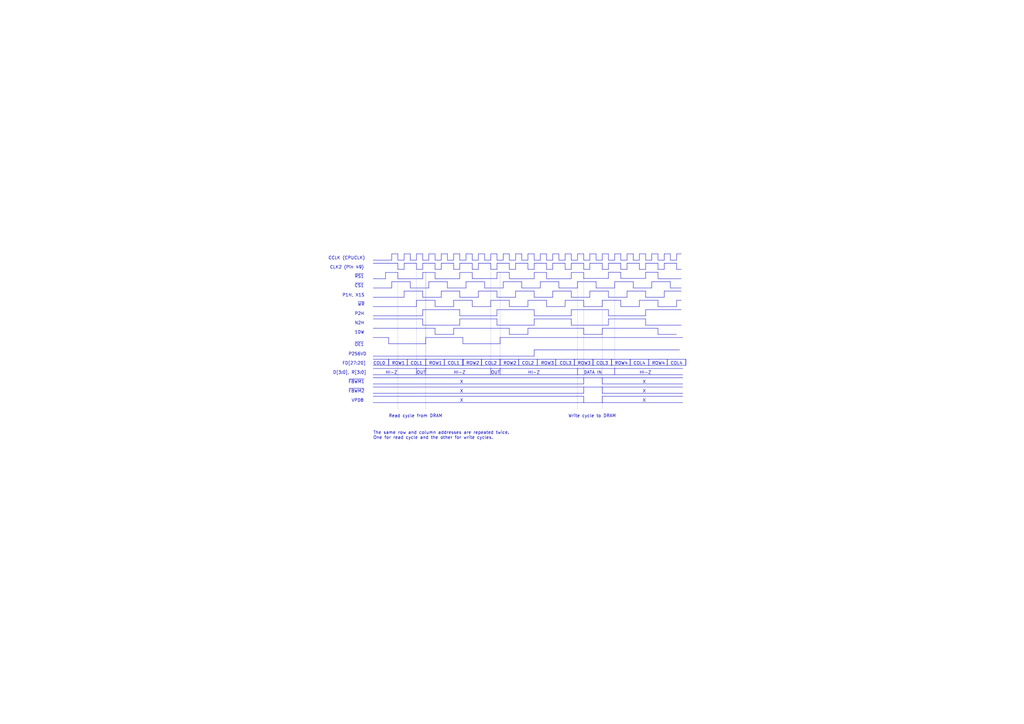
<source format=kicad_sch>
(kicad_sch (version 20230121) (generator eeschema)
  (paper "A3")
  (title_block (title "Twin 16 - Rev B") (date "2024-03-10") (company "Konami GX785/GX870/GX808/GX903") (comment 1 "Ulf Skutnabba, twitter: @skutis77"))
  (lib_symbols)
  (polyline (pts (xy 186.055 107.95) (xy 186.055 110.49)) (stroke (width 0) (type solid)))
  (polyline (pts (xy 216.535 134.62) (xy 216.535 137.16)) (stroke (width 0) (type solid)))
  (polyline (pts (xy 173.355 127) (xy 188.595 127)) (stroke (width 0) (type solid)))
  (polyline (pts (xy 153.035 162.56) (xy 239.395 162.56)) (stroke (width 0) (type solid)))
  (polyline (pts (xy 258.445 147.32) (xy 266.065 147.32)) (stroke (width 0) (type solid)))
  (polyline (pts (xy 188.595 130.81) (xy 188.595 133.35)) (stroke (width 0) (type solid)))
  (polyline (pts (xy 226.695 106.68) (xy 226.695 104.14)) (stroke (width 0) (type solid)))
  (polyline (pts (xy 208.915 123.19) (xy 208.915 125.73)) (stroke (width 0) (type solid)))
  (polyline (pts (xy 244.475 106.68) (xy 244.475 104.14)) (stroke (width 0) (type solid)))
  (polyline (pts (xy 262.255 123.19) (xy 262.255 125.73)) (stroke (width 0) (type solid)))
  (polyline (pts (xy 234.315 111.76) (xy 239.395 111.76)) (stroke (width 0) (type solid)))
  (polyline (pts (xy 264.795 114.2002) (xy 264.795 111.6602)) (stroke (width 0) (type solid)))
  (polyline (pts (xy 153.035 118.11) (xy 160.655 118.11)) (stroke (width 0) (type solid)))
  (polyline (pts (xy 160.655 106.68) (xy 160.655 104.14)) (stroke (width 0) (type solid)))
  (polyline (pts (xy 274.955 106.68) (xy 274.955 104.14)) (stroke (width 0) (type solid)))
  (polyline (pts (xy 182.245 149.86) (xy 182.245 147.32)) (stroke (width 0) (type solid)))
  (polyline (pts (xy 203.835 130.81) (xy 203.835 133.35)) (stroke (width 0) (type solid)))
  (polyline (pts (xy 193.675 123.19) (xy 193.675 125.73)) (stroke (width 0) (type solid)))
  (polyline (pts (xy 201.295 153.67) (xy 205.105 153.67)) (stroke (width 0) (type solid)))
  (polyline (pts (xy 247.015 157.48) (xy 280.035 157.48)) (stroke (width 0) (type solid)))
  (polyline (pts (xy 206.375 104.14) (xy 208.915 104.14)) (stroke (width 0) (type solid)))
  (polyline (pts (xy 247.0228 161.29) (xy 280.0428 161.29)) (stroke (width 0) (type solid)))
  (polyline (pts (xy 175.895 118.11) (xy 175.895 115.57)) (stroke (width 0) (type solid)))
  (polyline (pts (xy 269.875 114.3) (xy 279.4 114.3)) (stroke (width 0) (type solid)))
  (polyline (pts (xy 201.295 123.19) (xy 208.915 123.19)) (stroke (width 0) (type solid)))
  (polyline (pts (xy 160.655 115.57) (xy 168.275 115.57)) (stroke (width 0) (type solid)))
  (polyline (pts (xy 274.955 118.11) (xy 274.955 115.57)) (stroke (width 0) (type solid)))
  (polyline (pts (xy 267.335 115.57) (xy 274.955 115.57)) (stroke (width 0) (type solid)))
  (polyline (pts (xy 274.955 106.68) (xy 277.495 106.68)) (stroke (width 0) (type solid)))
  (polyline (pts (xy 239.395 134.62) (xy 239.395 137.16)) (stroke (width 0) (type solid)))
  (polyline (pts (xy 227.965 147.32) (xy 235.585 147.32)) (stroke (width 0) (type solid)))
  (polyline (pts (xy 180.975 121.92) (xy 180.975 119.38)) (stroke (width 0) (type solid)))
  (polyline (pts (xy 178.435 114.3) (xy 188.595 114.3)) (stroke (width 0) (type solid)))
  (polyline (pts (xy 257.175 106.68) (xy 257.175 104.14)) (stroke (width 0) (type solid)))
  (polyline (pts (xy 188.595 119.38) (xy 188.595 121.92)) (stroke (width 0) (type solid)))
  (polyline (pts (xy 182.245 149.86) (xy 182.245 147.32)) (stroke (width 0) (type solid)))
  (polyline (pts (xy 224.155 111.76) (xy 224.155 114.3)) (stroke (width 0) (type solid)))
  (polyline (pts (xy 216.535 107.95) (xy 216.535 110.49)) (stroke (width 0) (type solid)))
  (polyline (pts (xy 174.625 149.86) (xy 174.625 147.32)) (stroke (width 0) (type solid)))
  (polyline (pts (xy 269.875 125.73) (xy 277.495 125.73)) (stroke (width 0) (type solid)))
  (polyline (pts (xy 193.675 110.49) (xy 196.215 110.49)) (stroke (width 0) (type solid)))
  (polyline (pts (xy 247.0228 161.29) (xy 247.0228 158.75)) (stroke (width 0) (type solid)))
  (polyline (pts (xy 189.865 147.32) (xy 197.485 147.32)) (stroke (width 0) (type solid)))
  (polyline (pts (xy 208.915 107.95) (xy 208.915 110.49)) (stroke (width 0) (type solid)))
  (polyline (pts (xy 178.435 106.68) (xy 180.975 106.68)) (stroke (width 0) (type solid)))
  (polyline (pts (xy 163.195 113.03) (xy 163.195 167.64)) (stroke (width 0) (type dot)))
  (polyline (pts (xy 153.035 157.48) (xy 239.395 157.48)) (stroke (width 0) (type solid)))
  (polyline (pts (xy 277.495 123.19) (xy 277.495 125.73)) (stroke (width 0) (type solid)))
  (polyline (pts (xy 153.035 130.81) (xy 173.355 130.81)) (stroke (width 0) (type solid)))
  (polyline (pts (xy 264.795 130.81) (xy 264.795 133.35)) (stroke (width 0) (type solid)))
  (polyline (pts (xy 262.255 106.68) (xy 262.255 104.14)) (stroke (width 0) (type solid)))
  (polyline (pts (xy 249.555 130.81) (xy 264.795 130.81)) (stroke (width 0) (type solid)))
  (polyline (pts (xy 239.395 123.19) (xy 239.395 125.73)) (stroke (width 0) (type solid)))
  (polyline (pts (xy 193.675 111.76) (xy 193.675 114.3)) (stroke (width 0) (type solid)))
  (polyline (pts (xy 208.915 137.16) (xy 216.535 137.16)) (stroke (width 0) (type solid)))
  (polyline (pts (xy 211.455 110.49) (xy 211.455 107.95)) (stroke (width 0) (type solid)))
  (polyline (pts (xy 174.625 138.43) (xy 189.865 138.43)) (stroke (width 0) (type solid)))
  (polyline (pts (xy 264.795 110.49) (xy 264.795 107.95)) (stroke (width 0) (type solid)))
  (polyline (pts (xy 224.155 106.68) (xy 226.695 106.68)) (stroke (width 0) (type solid)))
  (polyline (pts (xy 168.275 106.68) (xy 170.815 106.68)) (stroke (width 0) (type solid)))
  (polyline (pts (xy 252.095 104.14) (xy 254.635 104.14)) (stroke (width 0) (type solid)))
  (polyline (pts (xy 193.675 125.73) (xy 201.295 125.73)) (stroke (width 0) (type solid)))
  (polyline (pts (xy 216.535 106.68) (xy 216.535 104.14)) (stroke (width 0) (type solid)))
  (polyline (pts (xy 167.005 147.32) (xy 174.625 147.32)) (stroke (width 0) (type solid)))
  (polyline (pts (xy 188.595 111.76) (xy 193.675 111.76)) (stroke (width 0) (type solid)))
  (polyline (pts (xy 216.535 104.14) (xy 219.075 104.14)) (stroke (width 0) (type solid)))
  (polyline (pts (xy 206.375 118.11) (xy 206.375 115.57)) (stroke (width 0) (type solid)))
  (polyline (pts (xy 212.725 147.32) (xy 220.345 147.32)) (stroke (width 0) (type solid)))
  (polyline (pts (xy 197.485 149.86) (xy 197.485 147.32)) (stroke (width 0) (type solid)))
  (polyline (pts (xy 254.635 106.68) (xy 257.175 106.68)) (stroke (width 0) (type solid)))
  (polyline (pts (xy 220.345 149.86) (xy 220.345 147.32)) (stroke (width 0) (type solid)))
  (polyline (pts (xy 219.075 121.92) (xy 226.695 121.92)) (stroke (width 0) (type solid)))
  (polyline (pts (xy 269.875 111.6602) (xy 269.875 114.2002)) (stroke (width 0) (type solid)))
  (polyline (pts (xy 220.345 149.86) (xy 220.345 147.32)) (stroke (width 0) (type solid)))
  (polyline (pts (xy 174.625 149.86) (xy 174.625 147.32)) (stroke (width 0) (type solid)))
  (polyline (pts (xy 252.095 151.13) (xy 252.095 153.67)) (stroke (width 0) (type solid)))
  (polyline (pts (xy 281.305 149.86) (xy 281.305 147.32)) (stroke (width 0) (type solid)))
  (polyline (pts (xy 224.155 110.49) (xy 226.695 110.49)) (stroke (width 0) (type solid)))
  (polyline (pts (xy 247.015 123.19) (xy 254.635 123.19)) (stroke (width 0) (type solid)))
  (polyline (pts (xy 259.715 106.68) (xy 259.715 104.14)) (stroke (width 0) (type solid)))
  (polyline (pts (xy 196.215 106.68) (xy 196.215 104.14)) (stroke (width 0) (type solid)))
  (polyline (pts (xy 211.455 119.38) (xy 219.075 119.38)) (stroke (width 0) (type solid)))
  (polyline (pts (xy 254.635 107.95) (xy 254.635 110.49)) (stroke (width 0) (type solid)))
  (polyline (pts (xy 163.195 111.76) (xy 163.195 114.3)) (stroke (width 0) (type solid)))
  (polyline (pts (xy 178.435 123.19) (xy 178.435 125.73)) (stroke (width 0) (type solid)))
  (polyline (pts (xy 158.115 114.3) (xy 158.115 111.76)) (stroke (width 0) (type solid)))
  (polyline (pts (xy 252.095 115.57) (xy 259.715 115.57)) (stroke (width 0) (type solid)))
  (polyline (pts (xy 163.195 106.68) (xy 163.195 104.14)) (stroke (width 0) (type solid)))
  (polyline (pts (xy 258.445 149.86) (xy 258.445 147.32)) (stroke (width 0) (type solid)))
  (polyline (pts (xy 159.385 149.86) (xy 159.385 147.32)) (stroke (width 0) (type solid)))
  (polyline (pts (xy 226.695 104.14) (xy 229.235 104.14)) (stroke (width 0) (type solid)))
  (polyline (pts (xy 183.515 115.57) (xy 183.515 118.11)) (stroke (width 0) (type solid)))
  (polyline (pts (xy 167.005 149.86) (xy 174.625 149.86)) (stroke (width 0) (type solid)))
  (polyline (pts (xy 153.035 114.3) (xy 158.115 114.3)) (stroke (width 0) (type solid)))
  (polyline (pts (xy 211.455 121.92) (xy 211.455 119.38)) (stroke (width 0) (type solid)))
  (polyline (pts (xy 186.055 123.19) (xy 186.055 125.73)) (stroke (width 0) (type solid)))
  (polyline (pts (xy 205.105 138.43) (xy 280.035 138.43)) (stroke (width 0) (type solid)))
  (polyline (pts (xy 206.375 106.68) (xy 206.375 104.14)) (stroke (width 0) (type solid)))
  (polyline (pts (xy 170.815 107.95) (xy 170.815 110.49)) (stroke (width 0) (type solid)))
  (polyline (pts (xy 203.835 111.7127) (xy 208.915 111.7127)) (stroke (width 0) (type solid)))
  (polyline (pts (xy 247.015 165.1) (xy 280.035 165.1)) (stroke (width 0) (type solid)))
  (polyline (pts (xy 168.275 106.68) (xy 168.275 104.14)) (stroke (width 0) (type solid)))
  (polyline (pts (xy 235.585 149.86) (xy 243.205 149.86)) (stroke (width 0) (type solid)))
  (polyline (pts (xy 249.555 106.68) (xy 249.555 104.14)) (stroke (width 0) (type solid)))
  (polyline (pts (xy 239.395 111.76) (xy 239.395 114.3)) (stroke (width 0) (type solid)))
  (polyline (pts (xy 168.275 118.11) (xy 175.895 118.11)) (stroke (width 0) (type solid)))
  (polyline (pts (xy 221.615 104.14) (xy 224.155 104.14)) (stroke (width 0) (type solid)))
  (polyline (pts (xy 203.835 119.38) (xy 203.835 121.92)) (stroke (width 0) (type solid)))
  (polyline (pts (xy 174.625 149.86) (xy 174.625 147.32)) (stroke (width 0) (type solid)))
  (polyline (pts (xy 236.855 115.57) (xy 244.475 115.57)) (stroke (width 0) (type solid)))
  (polyline (pts (xy 173.355 121.92) (xy 180.975 121.92)) (stroke (width 0) (type solid)))
  (polyline (pts (xy 189.865 149.86) (xy 197.485 149.86)) (stroke (width 0) (type solid)))
  (polyline (pts (xy 203.835 133.35) (xy 219.075 133.35)) (stroke (width 0) (type solid)))
  (polyline (pts (xy 159.385 140.97) (xy 159.385 138.43)) (stroke (width 0) (type solid)))
  (polyline (pts (xy 241.935 121.92) (xy 241.935 119.38)) (stroke (width 0) (type solid)))
  (polyline (pts (xy 234.315 110.49) (xy 234.315 107.95)) (stroke (width 0) (type solid)))
  (polyline (pts (xy 208.915 106.68) (xy 211.455 106.68)) (stroke (width 0) (type solid)))
  (polyline (pts (xy 205.105 147.32) (xy 212.725 147.32)) (stroke (width 0) (type solid)))
  (polyline (pts (xy 188.595 106.68) (xy 188.595 104.14)) (stroke (width 0) (type solid)))
  (polyline (pts (xy 182.245 149.86) (xy 189.865 149.86)) (stroke (width 0) (type solid)))
  (polyline (pts (xy 252.095 106.68) (xy 252.095 104.14)) (stroke (width 0) (type solid)))
  (polyline (pts (xy 158.115 111.76) (xy 163.195 111.76)) (stroke (width 0) (type solid)))
  (polyline (pts (xy 159.385 147.32) (xy 167.005 147.32)) (stroke (width 0) (type solid)))
  (polyline (pts (xy 243.205 147.32) (xy 250.825 147.32)) (stroke (width 0) (type solid)))
  (polyline (pts (xy 165.735 119.38) (xy 173.355 119.38)) (stroke (width 0) (type solid)))
  (polyline (pts (xy 224.155 125.73) (xy 231.775 125.73)) (stroke (width 0) (type solid)))
  (polyline (pts (xy 239.395 106.68) (xy 239.395 104.14)) (stroke (width 0) (type solid)))
  (polyline (pts (xy 221.615 118.11) (xy 221.615 115.57)) (stroke (width 0) (type solid)))
  (polyline (pts (xy 262.255 123.19) (xy 269.875 123.19)) (stroke (width 0) (type solid)))
  (polyline (pts (xy 203.835 121.92) (xy 211.455 121.92)) (stroke (width 0) (type solid)))
  (polyline (pts (xy 229.235 106.68) (xy 231.775 106.68)) (stroke (width 0) (type solid)))
  (polyline (pts (xy 277.495 107.95) (xy 277.495 110.49)) (stroke (width 0) (type solid)))
  (polyline (pts (xy 188.595 129.54) (xy 203.835 129.54)) (stroke (width 0) (type solid)))
  (polyline (pts (xy 277.495 110.49) (xy 279.4 110.49)) (stroke (width 0) (type solid)))
  (polyline (pts (xy 239.3872 157.48) (xy 239.3872 154.94)) (stroke (width 0) (type solid)))
  (polyline (pts (xy 188.595 110.49) (xy 188.595 107.95)) (stroke (width 0) (type solid)))
  (polyline (pts (xy 250.825 149.86) (xy 258.445 149.86)) (stroke (width 0) (type solid)))
  (polyline (pts (xy 226.695 107.95) (xy 231.775 107.95)) (stroke (width 0) (type solid)))
  (polyline (pts (xy 182.245 147.32) (xy 189.865 147.32)) (stroke (width 0) (type solid)))
  (polyline (pts (xy 159.385 140.97) (xy 174.625 140.97)) (stroke (width 0) (type solid)))
  (polyline (pts (xy 234.315 133.35) (xy 249.555 133.35)) (stroke (width 0) (type solid)))
  (polyline (pts (xy 249.555 119.38) (xy 249.555 121.92)) (stroke (width 0) (type solid)))
  (polyline (pts (xy 178.435 137.16) (xy 186.055 137.16)) (stroke (width 0) (type solid)))
  (polyline (pts (xy 208.915 114.3) (xy 219.075 114.3)) (stroke (width 0) (type solid)))
  (polyline (pts (xy 193.675 107.95) (xy 193.675 110.49)) (stroke (width 0) (type solid)))
  (polyline (pts (xy 188.595 107.95) (xy 193.675 107.95)) (stroke (width 0) (type solid)))
  (polyline (pts (xy 213.995 106.68) (xy 213.995 104.14)) (stroke (width 0) (type solid)))
  (polyline (pts (xy 231.775 123.19) (xy 231.775 125.73)) (stroke (width 0) (type solid)))
  (polyline (pts (xy 231.775 104.14) (xy 234.315 104.14)) (stroke (width 0) (type solid)))
  (polyline (pts (xy 264.795 107.95) (xy 269.875 107.95)) (stroke (width 0) (type solid)))
  (polyline (pts (xy 247.015 123.19) (xy 247.015 125.73)) (stroke (width 0) (type solid)))
  (polyline (pts (xy 167.005 149.86) (xy 167.005 147.32)) (stroke (width 0) (type solid)))
  (polyline (pts (xy 249.555 114.2002) (xy 249.555 111.6602)) (stroke (width 0) (type solid)))
  (polyline (pts (xy 254.635 114.2002) (xy 264.795 114.2002)) (stroke (width 0) (type solid)))
  (polyline (pts (xy 266.065 149.86) (xy 266.065 147.32)) (stroke (width 0) (type solid)))
  (polyline (pts (xy 153.035 121.92) (xy 165.735 121.92)) (stroke (width 0) (type solid)))
  (polyline (pts (xy 236.855 151.13) (xy 236.855 153.67)) (stroke (width 0) (type solid)))
  (polyline (pts (xy 262.255 107.95) (xy 262.255 110.49)) (stroke (width 0) (type solid)))
  (polyline (pts (xy 174.625 147.32) (xy 182.245 147.32)) (stroke (width 0) (type solid)))
  (polyline (pts (xy 239.395 125.73) (xy 247.015 125.73)) (stroke (width 0) (type solid)))
  (polyline (pts (xy 236.855 118.11) (xy 236.855 115.57)) (stroke (width 0) (type solid)))
  (polyline (pts (xy 153.0428 158.75) (xy 280.0428 158.75)) (stroke (width 0) (type solid)))
  (polyline (pts (xy 241.935 106.68) (xy 241.935 104.14)) (stroke (width 0) (type solid)))
  (polyline (pts (xy 170.815 123.19) (xy 178.435 123.19)) (stroke (width 0) (type solid)))
  (polyline (pts (xy 227.965 149.86) (xy 227.965 147.32)) (stroke (width 0) (type solid)))
  (polyline (pts (xy 153.035 154.94) (xy 280.035 154.94)) (stroke (width 0) (type solid)))
  (polyline (pts (xy 234.315 119.38) (xy 234.315 121.92)) (stroke (width 0) (type solid)))
  (polyline (pts (xy 173.355 114.3) (xy 173.355 111.76)) (stroke (width 0) (type solid)))
  (polyline (pts (xy 174.625 151.13) (xy 201.295 151.13)) (stroke (width 0) (type solid)))
  (polyline (pts (xy 241.935 107.95) (xy 247.015 107.95)) (stroke (width 0) (type solid)))
  (polyline (pts (xy 189.865 140.97) (xy 205.105 140.97)) (stroke (width 0) (type solid)))
  (polyline (pts (xy 205.105 153.67) (xy 205.105 151.13)) (stroke (width 0) (type solid)))
  (polyline (pts (xy 201.295 107.95) (xy 201.295 110.49)) (stroke (width 0) (type solid)))
  (polyline (pts (xy 208.915 125.73) (xy 216.535 125.73)) (stroke (width 0) (type solid)))
  (polyline (pts (xy 153.035 107.95) (xy 163.195 107.95)) (stroke (width 0) (type solid)))
  (polyline (pts (xy 243.205 149.86) (xy 243.205 147.32)) (stroke (width 0) (type solid)))
  (polyline (pts (xy 220.345 147.32) (xy 227.965 147.32)) (stroke (width 0) (type solid)))
  (polyline (pts (xy 269.875 123.19) (xy 269.875 125.73)) (stroke (width 0) (type solid)))
  (polyline (pts (xy 153.035 146.05) (xy 219.075 146.05)) (stroke (width 0) (type solid)))
  (polyline (pts (xy 163.195 107.95) (xy 163.195 110.49)) (stroke (width 0) (type solid)))
  (polyline (pts (xy 196.215 104.14) (xy 198.755 104.14)) (stroke (width 0) (type solid)))
  (polyline (pts (xy 235.585 149.86) (xy 235.585 147.32)) (stroke (width 0) (type solid)))
  (polyline (pts (xy 153.035 134.62) (xy 178.435 134.62)) (stroke (width 0) (type solid)))
  (polyline (pts (xy 205.105 153.67) (xy 280.035 153.67)) (stroke (width 0) (type solid)))
  (polyline (pts (xy 219.075 119.38) (xy 219.075 121.92)) (stroke (width 0) (type solid)))
  (polyline (pts (xy 254.635 123.19) (xy 254.635 125.73)) (stroke (width 0) (type solid)))
  (polyline (pts (xy 205.105 151.13) (xy 280.035 151.13)) (stroke (width 0) (type solid)))
  (polyline (pts (xy 272.415 121.92) (xy 272.415 119.38)) (stroke (width 0) (type solid)))
  (polyline (pts (xy 243.205 149.86) (xy 243.205 147.32)) (stroke (width 0) (type solid)))
  (polyline (pts (xy 198.755 106.68) (xy 201.295 106.68)) (stroke (width 0) (type solid)))
  (polyline (pts (xy 247.015 123.19) (xy 247.015 167.64)) (stroke (width 0) (type dot)))
  (polyline (pts (xy 239.395 110.49) (xy 241.935 110.49)) (stroke (width 0) (type solid)))
  (polyline (pts (xy 249.555 129.54) (xy 264.795 129.54)) (stroke (width 0) (type solid)))
  (polyline (pts (xy 220.345 149.86) (xy 227.965 149.86)) (stroke (width 0) (type solid)))
  (polyline (pts (xy 197.485 149.86) (xy 205.105 149.86)) (stroke (width 0) (type solid)))
  (polyline (pts (xy 254.635 110.49) (xy 257.175 110.49)) (stroke (width 0) (type solid)))
  (polyline (pts (xy 170.815 111.76) (xy 170.815 151.13)) (stroke (width 0) (type dot)))
  (polyline (pts (xy 188.595 106.68) (xy 191.135 106.68)) (stroke (width 0) (type solid)))
  (polyline (pts (xy 252.095 118.11) (xy 252.095 115.57)) (stroke (width 0) (type solid)))
  (polyline (pts (xy 229.235 115.57) (xy 229.235 118.11)) (stroke (width 0) (type solid)))
  (polyline (pts (xy 219.075 143.51) (xy 278.765 143.51)) (stroke (width 0) (type solid)))
  (polyline (pts (xy 249.555 121.92) (xy 257.175 121.92)) (stroke (width 0) (type solid)))
  (polyline (pts (xy 163.195 110.49) (xy 165.735 110.49)) (stroke (width 0) (type solid)))
  (polyline (pts (xy 175.895 104.14) (xy 178.435 104.14)) (stroke (width 0) (type solid)))
  (polyline (pts (xy 250.825 149.86) (xy 250.825 147.32)) (stroke (width 0) (type solid)))
  (polyline (pts (xy 174.625 140.97) (xy 174.625 138.43)) (stroke (width 0) (type solid)))
  (polyline (pts (xy 234.315 127) (xy 249.555 127)) (stroke (width 0) (type solid)))
  (polyline (pts (xy 249.555 129.54) (xy 249.555 127)) (stroke (width 0) (type solid)))
  (polyline (pts (xy 203.835 110.49) (xy 203.835 107.95)) (stroke (width 0) (type solid)))
  (polyline (pts (xy 234.315 129.54) (xy 234.315 127)) (stroke (width 0) (type solid)))
  (polyline (pts (xy 262.255 104.14) (xy 264.795 104.14)) (stroke (width 0) (type solid)))
  (polyline (pts (xy 174.625 149.86) (xy 182.245 149.86)) (stroke (width 0) (type solid)))
  (polyline (pts (xy 277.495 123.19) (xy 279.4 123.19)) (stroke (width 0) (type solid)))
  (polyline (pts (xy 163.195 114.3) (xy 173.355 114.3)) (stroke (width 0) (type solid)))
  (polyline (pts (xy 224.155 114.3) (xy 234.315 114.3)) (stroke (width 0) (type solid)))
  (polyline (pts (xy 216.535 134.62) (xy 239.395 134.62)) (stroke (width 0) (type solid)))
  (polyline (pts (xy 178.435 125.73) (xy 186.055 125.73)) (stroke (width 0) (type solid)))
  (polyline (pts (xy 170.815 153.67) (xy 170.815 151.13)) (stroke (width 0) (type solid)))
  (polyline (pts (xy 198.755 106.68) (xy 198.755 104.14)) (stroke (width 0) (type solid)))
  (polyline (pts (xy 189.865 149.86) (xy 189.865 147.32)) (stroke (width 0) (type solid)))
  (polyline (pts (xy 227.965 149.86) (xy 235.585 149.86)) (stroke (width 0) (type solid)))
  (polyline (pts (xy 226.695 110.49) (xy 226.695 107.95)) (stroke (width 0) (type solid)))
  (polyline (pts (xy 189.865 149.86) (xy 189.865 147.32)) (stroke (width 0) (type solid)))
  (polyline (pts (xy 197.485 147.32) (xy 205.105 147.32)) (stroke (width 0) (type solid)))
  (polyline (pts (xy 170.815 104.14) (xy 173.355 104.14)) (stroke (width 0) (type solid)))
  (polyline (pts (xy 234.315 121.92) (xy 241.935 121.92)) (stroke (width 0) (type solid)))
  (polyline (pts (xy 247.015 162.56) (xy 247.015 165.1)) (stroke (width 0) (type solid)))
  (polyline (pts (xy 258.445 149.86) (xy 266.065 149.86)) (stroke (width 0) (type solid)))
  (polyline (pts (xy 247.015 162.56) (xy 280.035 162.56)) (stroke (width 0) (type solid)))
  (polyline (pts (xy 205.105 149.86) (xy 205.105 147.32)) (stroke (width 0) (type solid)))
  (polyline (pts (xy 180.975 119.38) (xy 188.595 119.38)) (stroke (width 0) (type solid)))
  (polyline (pts (xy 269.875 110.49) (xy 272.415 110.49)) (stroke (width 0) (type solid)))
  (polyline (pts (xy 186.055 134.62) (xy 208.915 134.62)) (stroke (width 0) (type solid)))
  (polyline (pts (xy 178.435 111.76) (xy 178.435 114.3)) (stroke (width 0) (type solid)))
  (polyline (pts (xy 247.015 134.62) (xy 269.875 134.62)) (stroke (width 0) (type solid)))
  (polyline (pts (xy 196.215 110.49) (xy 196.215 107.95)) (stroke (width 0) (type solid)))
  (polyline (pts (xy 159.385 149.86) (xy 167.005 149.86)) (stroke (width 0) (type solid)))
  (polyline (pts (xy 188.595 129.54) (xy 188.595 127)) (stroke (width 0) (type solid)))
  (polyline (pts (xy 219.075 114.3) (xy 219.075 111.76)) (stroke (width 0) (type solid)))
  (polyline (pts (xy 212.725 149.86) (xy 220.345 149.86)) (stroke (width 0) (type solid)))
  (polyline (pts (xy 201.295 110.49) (xy 203.835 110.49)) (stroke (width 0) (type solid)))
  (polyline (pts (xy 239.395 162.56) (xy 239.395 165.1)) (stroke (width 0) (type solid)))
  (polyline (pts (xy 203.835 106.68) (xy 203.835 104.14)) (stroke (width 0) (type solid)))
  (polyline (pts (xy 221.615 106.68) (xy 221.615 104.14)) (stroke (width 0) (type solid)))
  (polyline (pts (xy 189.865 149.86) (xy 189.865 147.32)) (stroke (width 0) (type solid)))
  (polyline (pts (xy 174.625 153.67) (xy 201.295 153.67)) (stroke (width 0) (type solid)))
  (polyline (pts (xy 186.055 104.14) (xy 188.595 104.14)) (stroke (width 0) (type solid)))
  (polyline (pts (xy 231.775 123.19) (xy 239.395 123.19)) (stroke (width 0) (type solid)))
  (polyline (pts (xy 277.495 104.14) (xy 279.4 104.14)) (stroke (width 0) (type solid)))
  (polyline (pts (xy 269.875 107.95) (xy 269.875 110.49)) (stroke (width 0) (type solid)))
  (polyline (pts (xy 239.395 114.2002) (xy 249.555 114.2002)) (stroke (width 0) (type solid)))
  (polyline (pts (xy 234.315 114.3) (xy 234.315 111.76)) (stroke (width 0) (type solid)))
  (polyline (pts (xy 269.875 134.62) (xy 269.875 137.16)) (stroke (width 0) (type solid)))
  (polyline (pts (xy 273.685 149.86) (xy 281.305 149.86)) (stroke (width 0) (type solid)))
  (polyline (pts (xy 224.155 123.19) (xy 224.155 125.73)) (stroke (width 0) (type solid)))
  (polyline (pts (xy 168.275 115.57) (xy 168.275 118.11)) (stroke (width 0) (type solid)))
  (polyline (pts (xy 219.075 111.76) (xy 224.155 111.76)) (stroke (width 0) (type solid)))
  (polyline (pts (xy 269.875 137.16) (xy 277.495 137.16)) (stroke (width 0) (type solid)))
  (polyline (pts (xy 258.445 149.86) (xy 258.445 147.32)) (stroke (width 0) (type solid)))
  (polyline (pts (xy 234.315 130.81) (xy 234.315 133.35)) (stroke (width 0) (type solid)))
  (polyline (pts (xy 272.415 107.95) (xy 277.495 107.95)) (stroke (width 0) (type solid)))
  (polyline (pts (xy 208.915 134.62) (xy 208.915 137.16)) (stroke (width 0) (type solid)))
  (polyline (pts (xy 153.0428 161.29) (xy 239.4028 161.29)) (stroke (width 0) (type solid)))
  (polyline (pts (xy 173.355 111.76) (xy 178.435 111.76)) (stroke (width 0) (type solid)))
  (polyline (pts (xy 211.455 106.68) (xy 211.455 104.14)) (stroke (width 0) (type solid)))
  (polyline (pts (xy 264.795 133.35) (xy 279.4 133.35)) (stroke (width 0) (type solid)))
  (polyline (pts (xy 224.155 106.68) (xy 224.155 104.14)) (stroke (width 0) (type solid)))
  (polyline (pts (xy 193.675 114.2527) (xy 203.835 114.2527)) (stroke (width 0) (type solid)))
  (polyline (pts (xy 183.515 118.11) (xy 191.135 118.11)) (stroke (width 0) (type solid)))
  (polyline (pts (xy 167.005 149.86) (xy 167.005 147.32)) (stroke (width 0) (type solid)))
  (polyline (pts (xy 250.825 149.86) (xy 250.825 147.32)) (stroke (width 0) (type solid)))
  (polyline (pts (xy 201.295 111.76) (xy 201.295 151.13)) (stroke (width 0) (type dot)))
  (polyline (pts (xy 272.415 119.38) (xy 279.4 119.38)) (stroke (width 0) (type solid)))
  (polyline (pts (xy 188.595 121.92) (xy 196.215 121.92)) (stroke (width 0) (type solid)))
  (polyline (pts (xy 273.685 147.32) (xy 281.305 147.32)) (stroke (width 0) (type solid)))
  (polyline (pts (xy 257.175 119.38) (xy 264.795 119.38)) (stroke (width 0) (type solid)))
  (polyline (pts (xy 247.015 110.49) (xy 249.555 110.49)) (stroke (width 0) (type solid)))
  (polyline (pts (xy 234.315 106.68) (xy 234.315 104.14)) (stroke (width 0) (type solid)))
  (polyline (pts (xy 175.895 115.57) (xy 183.515 115.57)) (stroke (width 0) (type solid)))
  (polyline (pts (xy 219.075 130.81) (xy 219.075 133.35)) (stroke (width 0) (type solid)))
  (polyline (pts (xy 247.015 107.95) (xy 247.015 110.49)) (stroke (width 0) (type solid)))
  (polyline (pts (xy 211.455 104.14) (xy 213.995 104.14)) (stroke (width 0) (type solid)))
  (polyline (pts (xy 264.795 121.92) (xy 264.795 119.38)) (stroke (width 0) (type solid)))
  (polyline (pts (xy 259.715 106.68) (xy 262.255 106.68)) (stroke (width 0) (type solid)))
  (polyline (pts (xy 160.655 104.14) (xy 163.195 104.14)) (stroke (width 0) (type solid)))
  (polyline (pts (xy 216.535 123.19) (xy 224.155 123.19)) (stroke (width 0) (type solid)))
  (polyline (pts (xy 219.075 106.68) (xy 221.615 106.68)) (stroke (width 0) (type solid)))
  (polyline (pts (xy 201.295 104.14) (xy 203.835 104.14)) (stroke (width 0) (type solid)))
  (polyline (pts (xy 226.695 121.92) (xy 226.695 119.38)) (stroke (width 0) (type solid)))
  (polyline (pts (xy 180.975 106.68) (xy 180.975 104.14)) (stroke (width 0) (type solid)))
  (polyline (pts (xy 243.205 149.86) (xy 250.825 149.86)) (stroke (width 0) (type solid)))
  (polyline (pts (xy 267.335 104.14) (xy 269.875 104.14)) (stroke (width 0) (type solid)))
  (polyline (pts (xy 197.485 149.86) (xy 197.485 147.32)) (stroke (width 0) (type solid)))
  (polyline (pts (xy 239.395 106.68) (xy 241.935 106.68)) (stroke (width 0) (type solid)))
  (polyline (pts (xy 170.815 110.49) (xy 173.355 110.49)) (stroke (width 0) (type solid)))
  (polyline (pts (xy 257.175 104.14) (xy 259.715 104.14)) (stroke (width 0) (type solid)))
  (polyline (pts (xy 186.055 106.68) (xy 186.055 104.14)) (stroke (width 0) (type solid)))
  (polyline (pts (xy 247.015 106.68) (xy 247.015 104.14)) (stroke (width 0) (type solid)))
  (polyline (pts (xy 219.075 130.81) (xy 234.315 130.81)) (stroke (width 0) (type solid)))
  (polyline (pts (xy 234.315 106.68) (xy 236.855 106.68)) (stroke (width 0) (type solid)))
  (polyline (pts (xy 224.155 107.95) (xy 224.155 110.49)) (stroke (width 0) (type solid)))
  (polyline (pts (xy 219.075 129.54) (xy 219.075 127)) (stroke (width 0) (type solid)))
  (polyline (pts (xy 203.835 114.2527) (xy 203.835 111.7127)) (stroke (width 0) (type solid)))
  (polyline (pts (xy 165.735 110.49) (xy 165.735 107.95)) (stroke (width 0) (type solid)))
  (polyline (pts (xy 264.795 106.68) (xy 264.795 104.14)) (stroke (width 0) (type solid)))
  (polyline (pts (xy 198.755 118.11) (xy 206.375 118.11)) (stroke (width 0) (type solid)))
  (polyline (pts (xy 259.715 118.11) (xy 267.335 118.11)) (stroke (width 0) (type solid)))
  (polyline (pts (xy 191.135 118.11) (xy 191.135 115.57)) (stroke (width 0) (type solid)))
  (polyline (pts (xy 170.815 153.67) (xy 174.625 153.67)) (stroke (width 0) (type solid)))
  (polyline (pts (xy 170.815 106.68) (xy 170.815 104.14)) (stroke (width 0) (type solid)))
  (polyline (pts (xy 281.305 149.86) (xy 281.305 147.32)) (stroke (width 0) (type solid)))
  (polyline (pts (xy 249.555 111.6602) (xy 254.635 111.6602)) (stroke (width 0) (type solid)))
  (polyline (pts (xy 257.175 121.92) (xy 257.175 119.38)) (stroke (width 0) (type solid)))
  (polyline (pts (xy 249.555 106.68) (xy 252.095 106.68)) (stroke (width 0) (type solid)))
  (polyline (pts (xy 193.675 106.68) (xy 196.215 106.68)) (stroke (width 0) (type solid)))
  (polyline (pts (xy 165.735 106.68) (xy 165.735 104.14)) (stroke (width 0) (type solid)))
  (polyline (pts (xy 174.625 153.67) (xy 174.625 151.13)) (stroke (width 0) (type solid)))
  (polyline (pts (xy 274.955 118.11) (xy 279.4 118.11)) (stroke (width 0) (type solid)))
  (polyline (pts (xy 173.355 106.68) (xy 175.895 106.68)) (stroke (width 0) (type solid)))
  (polyline (pts (xy 165.735 119.38) (xy 165.735 121.92)) (stroke (width 0) (type solid)))
  (polyline (pts (xy 203.835 127) (xy 219.075 127)) (stroke (width 0) (type solid)))
  (polyline (pts (xy 229.235 106.68) (xy 229.235 104.14)) (stroke (width 0) (type solid)))
  (polyline (pts (xy 257.175 110.49) (xy 257.175 107.95)) (stroke (width 0) (type solid)))
  (polyline (pts (xy 201.295 151.13) (xy 205.105 151.13)) (stroke (width 0) (type solid)))
  (polyline (pts (xy 189.865 140.97) (xy 189.865 138.43)) (stroke (width 0) (type solid)))
  (polyline (pts (xy 174.625 111.76) (xy 174.625 152.4)) (stroke (width 0) (type dot)))
  (polyline (pts (xy 205.105 111.76) (xy 205.105 152.4)) (stroke (width 0) (type dot)))
  (polyline (pts (xy 188.595 114.3) (xy 188.595 111.76)) (stroke (width 0) (type solid)))
  (polyline (pts (xy 180.975 110.49) (xy 180.975 107.95)) (stroke (width 0) (type solid)))
  (polyline (pts (xy 219.075 107.95) (xy 224.155 107.95)) (stroke (width 0) (type solid)))
  (polyline (pts (xy 205.105 149.86) (xy 205.105 147.32)) (stroke (width 0) (type solid)))
  (polyline (pts (xy 153.035 138.43) (xy 159.385 138.43)) (stroke (width 0) (type solid)))
  (polyline (pts (xy 264.795 129.54) (xy 264.795 127)) (stroke (width 0) (type solid)))
  (polyline (pts (xy 264.795 121.92) (xy 272.415 121.92)) (stroke (width 0) (type solid)))
  (polyline (pts (xy 170.815 123.19) (xy 170.815 125.73)) (stroke (width 0) (type solid)))
  (polyline (pts (xy 239.395 137.16) (xy 247.015 137.16)) (stroke (width 0) (type solid)))
  (polyline (pts (xy 196.215 119.38) (xy 203.835 119.38)) (stroke (width 0) (type solid)))
  (polyline (pts (xy 272.415 104.14) (xy 274.955 104.14)) (stroke (width 0) (type solid)))
  (polyline (pts (xy 173.355 110.49) (xy 173.355 107.95)) (stroke (width 0) (type solid)))
  (polyline (pts (xy 241.935 104.14) (xy 244.475 104.14)) (stroke (width 0) (type solid)))
  (polyline (pts (xy 236.855 115.57) (xy 236.855 167.64)) (stroke (width 0) (type dot)))
  (polyline (pts (xy 188.595 130.81) (xy 203.835 130.81)) (stroke (width 0) (type solid)))
  (polyline (pts (xy 266.065 147.32) (xy 273.685 147.32)) (stroke (width 0) (type solid)))
  (polyline (pts (xy 244.475 118.11) (xy 252.095 118.11)) (stroke (width 0) (type solid)))
  (polyline (pts (xy 267.335 118.11) (xy 267.335 115.57)) (stroke (width 0) (type solid)))
  (polyline (pts (xy 259.715 115.57) (xy 259.715 118.11)) (stroke (width 0) (type solid)))
  (polyline (pts (xy 231.775 110.49) (xy 234.315 110.49)) (stroke (width 0) (type solid)))
  (polyline (pts (xy 239.395 114.3) (xy 239.395 156.21)) (stroke (width 0) (type dot)))
  (polyline (pts (xy 241.935 110.49) (xy 241.935 107.95)) (stroke (width 0) (type solid)))
  (polyline (pts (xy 213.995 106.68) (xy 216.535 106.68)) (stroke (width 0) (type solid)))
  (polyline (pts (xy 178.435 110.49) (xy 180.975 110.49)) (stroke (width 0) (type solid)))
  (polyline (pts (xy 205.105 140.97) (xy 205.105 138.43)) (stroke (width 0) (type solid)))
  (polyline (pts (xy 227.965 149.86) (xy 227.965 147.32)) (stroke (width 0) (type solid)))
  (polyline (pts (xy 266.065 149.86) (xy 266.065 147.32)) (stroke (width 0) (type solid)))
  (polyline (pts (xy 211.455 107.95) (xy 216.535 107.95)) (stroke (width 0) (type solid)))
  (polyline (pts (xy 173.355 107.95) (xy 178.435 107.95)) (stroke (width 0) (type solid)))
  (polyline (pts (xy 153.035 149.86) (xy 159.385 149.86)) (stroke (width 0) (type solid)))
  (polyline (pts (xy 241.935 119.38) (xy 249.555 119.38)) (stroke (width 0) (type solid)))
  (polyline (pts (xy 213.995 115.57) (xy 213.995 118.11)) (stroke (width 0) (type solid)))
  (polyline (pts (xy 178.435 134.62) (xy 178.435 137.16)) (stroke (width 0) (type solid)))
  (polyline (pts (xy 272.415 106.68) (xy 272.415 104.14)) (stroke (width 0) (type solid)))
  (polyline (pts (xy 208.915 111.7127) (xy 208.915 114.2527)) (stroke (width 0) (type solid)))
  (polyline (pts (xy 163.195 106.68) (xy 165.735 106.68)) (stroke (width 0) (type solid)))
  (polyline (pts (xy 257.175 107.95) (xy 262.255 107.95)) (stroke (width 0) (type solid)))
  (polyline (pts (xy 203.835 107.95) (xy 208.915 107.95)) (stroke (width 0) (type solid)))
  (polyline (pts (xy 231.775 107.95) (xy 231.775 110.49)) (stroke (width 0) (type solid)))
  (polyline (pts (xy 219.0727 146.05) (xy 219.0727 143.51)) (stroke (width 0) (type solid)))
  (polyline (pts (xy 191.135 106.68) (xy 191.135 104.14)) (stroke (width 0) (type solid)))
  (polyline (pts (xy 234.315 107.95) (xy 239.395 107.95)) (stroke (width 0) (type solid)))
  (polyline (pts (xy 273.685 149.86) (xy 273.685 147.32)) (stroke (width 0) (type solid)))
  (polyline (pts (xy 219.075 106.68) (xy 219.075 104.14)) (stroke (width 0) (type solid)))
  (polyline (pts (xy 264.795 106.68) (xy 267.335 106.68)) (stroke (width 0) (type solid)))
  (polyline (pts (xy 221.615 115.57) (xy 229.235 115.57)) (stroke (width 0) (type solid)))
  (polyline (pts (xy 198.755 115.57) (xy 198.755 118.11)) (stroke (width 0) (type solid)))
  (polyline (pts (xy 212.725 149.86) (xy 212.725 147.32)) (stroke (width 0) (type solid)))
  (polyline (pts (xy 186.055 134.62) (xy 186.055 137.16)) (stroke (width 0) (type solid)))
  (polyline (pts (xy 249.555 110.49) (xy 249.555 107.95)) (stroke (width 0) (type solid)))
  (polyline (pts (xy 269.875 106.68) (xy 269.875 104.14)) (stroke (width 0) (type solid)))
  (polyline (pts (xy 178.435 106.68) (xy 178.435 104.14)) (stroke (width 0) (type solid)))
  (polyline (pts (xy 180.975 107.95) (xy 186.055 107.95)) (stroke (width 0) (type solid)))
  (polyline (pts (xy 216.535 110.49) (xy 219.075 110.49)) (stroke (width 0) (type solid)))
  (polyline (pts (xy 186.055 110.49) (xy 188.595 110.49)) (stroke (width 0) (type solid)))
  (polyline (pts (xy 201.295 153.67) (xy 201.295 151.13)) (stroke (width 0) (type solid)))
  (polyline (pts (xy 183.515 106.68) (xy 183.515 104.14)) (stroke (width 0) (type solid)))
  (polyline (pts (xy 180.975 104.14) (xy 183.515 104.14)) (stroke (width 0) (type solid)))
  (polyline (pts (xy 189.865 149.86) (xy 189.865 147.32)) (stroke (width 0) (type solid)))
  (polyline (pts (xy 170.815 151.13) (xy 174.625 151.13)) (stroke (width 0) (type solid)))
  (polyline (pts (xy 173.355 119.38) (xy 173.355 121.92)) (stroke (width 0) (type solid)))
  (polyline (pts (xy 216.535 123.19) (xy 216.535 125.73)) (stroke (width 0) (type solid)))
  (polyline (pts (xy 186.055 123.19) (xy 193.675 123.19)) (stroke (width 0) (type solid)))
  (polyline (pts (xy 153.035 165.1) (xy 239.395 165.1)) (stroke (width 0) (type solid)))
  (polyline (pts (xy 272.415 110.49) (xy 272.415 107.95)) (stroke (width 0) (type solid)))
  (polyline (pts (xy 153.035 129.54) (xy 173.355 129.54)) (stroke (width 0) (type solid)))
  (polyline (pts (xy 262.255 110.49) (xy 264.795 110.49)) (stroke (width 0) (type solid)))
  (polyline (pts (xy 175.895 106.68) (xy 175.895 104.14)) (stroke (width 0) (type solid)))
  (polyline (pts (xy 173.355 129.54) (xy 173.355 127)) (stroke (width 0) (type solid)))
  (polyline (pts (xy 201.295 123.19) (xy 201.295 125.73)) (stroke (width 0) (type solid)))
  (polyline (pts (xy 160.655 118.11) (xy 160.655 115.57)) (stroke (width 0) (type solid)))
  (polyline (pts (xy 252.095 116.84) (xy 252.095 153.67)) (stroke (width 0) (type dot)))
  (polyline (pts (xy 231.775 106.68) (xy 231.775 104.14)) (stroke (width 0) (type solid)))
  (polyline (pts (xy 247.015 134.62) (xy 247.015 137.16)) (stroke (width 0) (type solid)))
  (polyline (pts (xy 205.105 149.86) (xy 212.725 149.86)) (stroke (width 0) (type solid)))
  (polyline (pts (xy 239.395 165.1) (xy 247.015 165.1)) (stroke (width 0) (type solid)))
  (polyline (pts (xy 269.875 106.68) (xy 272.415 106.68)) (stroke (width 0) (type solid)))
  (polyline (pts (xy 264.795 127) (xy 279.4 127)) (stroke (width 0) (type solid)))
  (polyline (pts (xy 191.135 115.57) (xy 198.755 115.57)) (stroke (width 0) (type solid)))
  (polyline (pts (xy 196.215 121.92) (xy 196.215 119.38)) (stroke (width 0) (type solid)))
  (polyline (pts (xy 267.335 106.68) (xy 267.335 104.14)) (stroke (width 0) (type solid)))
  (polyline (pts (xy 273.685 149.86) (xy 273.685 147.32)) (stroke (width 0) (type solid)))
  (polyline (pts (xy 153.035 147.32) (xy 159.385 147.32)) (stroke (width 0) (type solid)))
  (polyline (pts (xy 244.475 115.57) (xy 244.475 118.11)) (stroke (width 0) (type solid)))
  (polyline (pts (xy 178.435 107.95) (xy 178.435 110.49)) (stroke (width 0) (type solid)))
  (polyline (pts (xy 174.625 111.76) (xy 174.625 167.64)) (stroke (width 0) (type dot)))
  (polyline (pts (xy 212.725 149.86) (xy 212.725 147.32)) (stroke (width 0) (type solid)))
  (polyline (pts (xy 266.065 149.86) (xy 273.685 149.86)) (stroke (width 0) (type solid)))
  (polyline (pts (xy 239.395 161.29) (xy 239.395 158.75)) (stroke (width 0) (type solid)))
  (polyline (pts (xy 219.075 110.49) (xy 219.075 107.95)) (stroke (width 0) (type solid)))
  (polyline (pts (xy 201.295 106.68) (xy 201.295 104.14)) (stroke (width 0) (type solid)))
  (polyline (pts (xy 206.375 115.57) (xy 213.995 115.57)) (stroke (width 0) (type solid)))
  (polyline (pts (xy 236.855 104.14) (xy 239.395 104.14)) (stroke (width 0) (type solid)))
  (polyline (pts (xy 165.735 104.14) (xy 168.275 104.14)) (stroke (width 0) (type solid)))
  (polyline (pts (xy 203.835 106.68) (xy 206.375 106.68)) (stroke (width 0) (type solid)))
  (polyline (pts (xy 249.555 107.95) (xy 254.635 107.95)) (stroke (width 0) (type solid)))
  (polyline (pts (xy 235.585 149.86) (xy 235.585 147.32)) (stroke (width 0) (type solid)))
  (polyline (pts (xy 183.515 106.68) (xy 186.055 106.68)) (stroke (width 0) (type solid)))
  (polyline (pts (xy 173.355 130.81) (xy 173.355 133.35)) (stroke (width 0) (type solid)))
  (polyline (pts (xy 174.625 149.86) (xy 174.625 147.32)) (stroke (width 0) (type solid)))
  (polyline (pts (xy 226.695 119.38) (xy 234.315 119.38)) (stroke (width 0) (type solid)))
  (polyline (pts (xy 219.075 129.54) (xy 234.315 129.54)) (stroke (width 0) (type solid)))
  (polyline (pts (xy 254.635 111.6602) (xy 254.635 114.2002)) (stroke (width 0) (type solid)))
  (polyline (pts (xy 239.395 107.95) (xy 239.395 110.49)) (stroke (width 0) (type solid)))
  (polyline (pts (xy 153.035 106.68) (xy 160.655 106.68)) (stroke (width 0) (type solid)))
  (polyline (pts (xy 254.635 125.73) (xy 262.255 125.73)) (stroke (width 0) (type solid)))
  (polyline (pts (xy 247.015 104.14) (xy 249.555 104.14)) (stroke (width 0) (type solid)))
  (polyline (pts (xy 173.355 106.68) (xy 173.355 104.14)) (stroke (width 0) (type solid)))
  (polyline (pts (xy 193.675 106.68) (xy 193.675 104.14)) (stroke (width 0) (type solid)))
  (polyline (pts (xy 236.855 106.68) (xy 236.855 104.14)) (stroke (width 0) (type solid)))
  (polyline (pts (xy 208.915 106.68) (xy 208.915 104.14)) (stroke (width 0) (type solid)))
  (polyline (pts (xy 254.635 106.68) (xy 254.635 104.14)) (stroke (width 0) (type solid)))
  (polyline (pts (xy 247.015 157.48) (xy 247.015 154.94)) (stroke (width 0) (type solid)))
  (polyline (pts (xy 244.475 106.68) (xy 247.015 106.68)) (stroke (width 0) (type solid)))
  (polyline (pts (xy 196.215 107.95) (xy 201.295 107.95)) (stroke (width 0) (type solid)))
  (polyline (pts (xy 264.795 111.6602) (xy 269.875 111.6602)) (stroke (width 0) (type solid)))
  (polyline (pts (xy 213.995 118.11) (xy 221.615 118.11)) (stroke (width 0) (type solid)))
  (polyline (pts (xy 250.825 147.32) (xy 258.445 147.32)) (stroke (width 0) (type solid)))
  (polyline (pts (xy 153.035 125.73) (xy 170.815 125.73)) (stroke (width 0) (type solid)))
  (polyline (pts (xy 249.555 130.81) (xy 249.555 133.35)) (stroke (width 0) (type solid)))
  (polyline (pts (xy 159.385 149.86) (xy 159.385 147.32)) (stroke (width 0) (type solid)))
  (polyline (pts (xy 153.035 153.67) (xy 170.815 153.67)) (stroke (width 0) (type solid)))
  (polyline (pts (xy 173.355 133.35) (xy 188.595 133.35)) (stroke (width 0) (type solid)))
  (polyline (pts (xy 191.135 104.14) (xy 193.675 104.14)) (stroke (width 0) (type solid)))
  (polyline (pts (xy 235.585 147.32) (xy 243.205 147.32)) (stroke (width 0) (type solid)))
  (polyline (pts (xy 165.735 107.95) (xy 170.815 107.95)) (stroke (width 0) (type solid)))
  (polyline (pts (xy 229.235 118.11) (xy 236.855 118.11)) (stroke (width 0) (type solid)))
  (polyline (pts (xy 153.035 151.13) (xy 170.815 151.13)) (stroke (width 0) (type solid)))
  (polyline (pts (xy 203.835 129.54) (xy 203.835 127)) (stroke (width 0) (type solid)))
  (polyline (pts (xy 277.495 106.68) (xy 277.495 104.14)) (stroke (width 0) (type solid)))
  (polyline (pts (xy 208.915 110.49) (xy 211.455 110.49)) (stroke (width 0) (type solid)))
  (text "COL4" (at 259.715 149.86 0) (effects (font (size 1.27 1.27)) (justify left bottom)))
  (text "~{CS1}" (at 145.415 118.11 0) (effects (font (size 1.27 1.27)) (justify left bottom)))
  (text "COL2" (at 213.995 149.86 0) (effects (font (size 1.27 1.27)) (justify left bottom)))
  (text "VPD8" (at 144.145 165.1 0) (effects (font (size 1.27 1.27)) (justify left bottom)))
  (text "X" (at 263.525 161.29 0) (effects (font (size 1.27 1.27)) (justify left bottom)))
  (text "X" (at 263.525 165.1 0) (effects (font (size 1.27 1.27)) (justify left bottom)))
  (text "Read cycle from DRAM" (at 159.385 171.45 0) (effects (font (size 1.27 1.27)) (justify left bottom)))
  (text "~{RS1}" (at 145.415 114.3 0) (effects (font (size 1.27 1.27)) (justify left bottom)))
  (text "ROW3" (at 236.855 149.86 0) (effects (font (size 1.27 1.27)) (justify left bottom)))
  (text "CLK2 (Pin 49)" (at 135.255 110.49 0) (effects (font (size 1.27 1.27)) (justify left bottom)))
  (text "FD[27:20]" (at 140.335 149.86 0) (effects (font (size 1.27 1.27)) (justify left bottom)))
  (text "X" (at 188.595 161.29 0) (effects (font (size 1.27 1.27)) (justify left bottom)))
  (text "ROW1" (at 160.655 149.86 0) (effects (font (size 1.27 1.27)) (justify left bottom)))
  (text "ROW4" (at 267.335 149.86 0) (effects (font (size 1.27 1.27)) (justify left bottom)))
  (text "COL3" (at 229.4451 149.86 0) (effects (font (size 1.27 1.27)) (justify left bottom)))
  (text "P2H" (at 145.415 129.54 0) (effects (font (size 1.27 1.27)) (justify left bottom)))
  (text "COL3" (at 244.475 149.86 0) (effects (font (size 1.27 1.27)) (justify left bottom)))
  (text "P256VD" (at 142.875 146.05 0) (effects (font (size 1.27 1.27)) (justify left bottom)))
  (text "COL1" (at 183.515 149.86 0) (effects (font (size 1.27 1.27)) (justify left bottom)))
  (text "ROW3" (at 221.8251 149.86 0) (effects (font (size 1.27 1.27)) (justify left bottom)))
  (text "X" (at 263.525 157.48 0) (effects (font (size 1.27 1.27)) (justify left bottom)))
  (text "Write cycle to DRAM" (at 233.045 171.45 0) (effects (font (size 1.27 1.27)) (justify left bottom)))
  (text "COL2" (at 198.755 149.86 0) (effects (font (size 1.27 1.27)) (justify left bottom)))
  (text "~{FBWM2}" (at 142.875 161.29 0) (effects (font (size 1.27 1.27)) (justify left bottom)))
  (text "ROW2" (at 206.375 149.86 0) (effects (font (size 1.27 1.27)) (justify left bottom)))
  (text "DATA IN" (at 239.395 153.67 0) (effects (font (size 1.27 1.27)) (justify left bottom)))
  (text "N2H" (at 145.415 133.35 0) (effects (font (size 1.27 1.27)) (justify left bottom)))
  (text "D[3:0], R[3:0]" (at 136.525 153.67 0) (effects (font (size 1.27 1.27)) (justify left bottom)))
  (text "P1H, X1S" (at 140.335 121.92 0) (effects (font (size 1.27 1.27)) (justify left bottom)))
  (text "The same row and column addresses are repeated twice.\nOne for read cycle and the other for write cycles." (at 153.035 180.34 0) (effects (font (size 1.27 1.27)) (justify left bottom)))
  (text "COL1" (at 168.275 149.86 0) (effects (font (size 1.27 1.27)) (justify left bottom)))
  (text "X" (at 188.595 165.1 0) (effects (font (size 1.27 1.27)) (justify left bottom)))
  (text "ROW1" (at 175.895 149.86 0) (effects (font (size 1.27 1.27)) (justify left bottom)))
  (text "ROW4" (at 252.095 149.86 0) (effects (font (size 1.27 1.27)) (justify left bottom)))
  (text "HI-Z" (at 216.535 153.67 0) (effects (font (size 1.27 1.27)) (justify left bottom)))
  (text "ROW2" (at 191.135 149.86 0) (effects (font (size 1.27 1.27)) (justify left bottom)))
  (text "HI-Z" (at 262.255 153.67 0) (effects (font (size 1.27 1.27)) (justify left bottom)))
  (text "OUT" (at 201.295 153.67 0) (effects (font (size 1.27 1.27)) (justify left bottom)))
  (text "~{FBWM1}" (at 142.875 157.48 0) (effects (font (size 1.27 1.27)) (justify left bottom)))
  (text "~{WR}" (at 146.685 125.73 0) (effects (font (size 1.27 1.27)) (justify left bottom)))
  (text "HI-Z" (at 186.055 153.67 0) (effects (font (size 1.27 1.27)) (justify left bottom)))
  (text "~{OE1}" (at 145.415 142.24 0) (effects (font (size 1.27 1.27)) (justify left bottom)))
  (text "CCLK (CPUCLK)" (at 134.62 106.68 0) (effects (font (size 1.27 1.27)) (justify left bottom)))
  (text "10W" (at 145.415 137.16 0) (effects (font (size 1.27 1.27)) (justify left bottom)))
  (text "X" (at 188.595 157.48 0) (effects (font (size 1.27 1.27)) (justify left bottom)))
  (text "COL4" (at 274.955 149.86 0) (effects (font (size 1.27 1.27)) (justify left bottom)))
  (text "OUT" (at 170.815 153.67 0) (effects (font (size 1.27 1.27)) (justify left bottom)))
  (text "HI-Z" (at 158.115 153.67 0) (effects (font (size 1.27 1.27)) (justify left bottom)))
  (text "COL0" (at 153.035 149.86 0) (effects (font (size 1.27 1.27)) (justify left bottom)))
)
</source>
